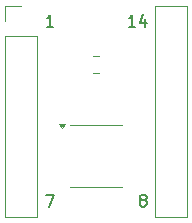
<source format=gto>
%TF.GenerationSoftware,KiCad,Pcbnew,8.0.4*%
%TF.CreationDate,2025-01-06T14:25:05+00:00*%
%TF.ProjectId,tssop_14_breakout,7473736f-705f-4313-945f-627265616b6f,rev?*%
%TF.SameCoordinates,Original*%
%TF.FileFunction,Legend,Top*%
%TF.FilePolarity,Positive*%
%FSLAX46Y46*%
G04 Gerber Fmt 4.6, Leading zero omitted, Abs format (unit mm)*
G04 Created by KiCad (PCBNEW 8.0.4) date 2025-01-06 14:25:05*
%MOMM*%
%LPD*%
G01*
G04 APERTURE LIST*
%ADD10C,0.200000*%
%ADD11C,0.120000*%
G04 APERTURE END LIST*
D10*
X54274435Y-67072219D02*
X54941101Y-67072219D01*
X54941101Y-67072219D02*
X54512530Y-68072219D01*
X62396993Y-67500790D02*
X62301755Y-67453171D01*
X62301755Y-67453171D02*
X62254136Y-67405552D01*
X62254136Y-67405552D02*
X62206517Y-67310314D01*
X62206517Y-67310314D02*
X62206517Y-67262695D01*
X62206517Y-67262695D02*
X62254136Y-67167457D01*
X62254136Y-67167457D02*
X62301755Y-67119838D01*
X62301755Y-67119838D02*
X62396993Y-67072219D01*
X62396993Y-67072219D02*
X62587469Y-67072219D01*
X62587469Y-67072219D02*
X62682707Y-67119838D01*
X62682707Y-67119838D02*
X62730326Y-67167457D01*
X62730326Y-67167457D02*
X62777945Y-67262695D01*
X62777945Y-67262695D02*
X62777945Y-67310314D01*
X62777945Y-67310314D02*
X62730326Y-67405552D01*
X62730326Y-67405552D02*
X62682707Y-67453171D01*
X62682707Y-67453171D02*
X62587469Y-67500790D01*
X62587469Y-67500790D02*
X62396993Y-67500790D01*
X62396993Y-67500790D02*
X62301755Y-67548409D01*
X62301755Y-67548409D02*
X62254136Y-67596028D01*
X62254136Y-67596028D02*
X62206517Y-67691266D01*
X62206517Y-67691266D02*
X62206517Y-67881742D01*
X62206517Y-67881742D02*
X62254136Y-67976980D01*
X62254136Y-67976980D02*
X62301755Y-68024600D01*
X62301755Y-68024600D02*
X62396993Y-68072219D01*
X62396993Y-68072219D02*
X62587469Y-68072219D01*
X62587469Y-68072219D02*
X62682707Y-68024600D01*
X62682707Y-68024600D02*
X62730326Y-67976980D01*
X62730326Y-67976980D02*
X62777945Y-67881742D01*
X62777945Y-67881742D02*
X62777945Y-67691266D01*
X62777945Y-67691266D02*
X62730326Y-67596028D01*
X62730326Y-67596028D02*
X62682707Y-67548409D01*
X62682707Y-67548409D02*
X62587469Y-67500790D01*
X61825564Y-52832219D02*
X61254136Y-52832219D01*
X61539850Y-52832219D02*
X61539850Y-51832219D01*
X61539850Y-51832219D02*
X61444612Y-51975076D01*
X61444612Y-51975076D02*
X61349374Y-52070314D01*
X61349374Y-52070314D02*
X61254136Y-52117933D01*
X62682707Y-52165552D02*
X62682707Y-52832219D01*
X62444612Y-51784600D02*
X62206517Y-52498885D01*
X62206517Y-52498885D02*
X62825564Y-52498885D01*
X54893482Y-52832219D02*
X54322054Y-52832219D01*
X54607768Y-52832219D02*
X54607768Y-51832219D01*
X54607768Y-51832219D02*
X54512530Y-51975076D01*
X54512530Y-51975076D02*
X54417292Y-52070314D01*
X54417292Y-52070314D02*
X54322054Y-52117933D01*
D11*
%TO.C,C3*%
X58238748Y-55305000D02*
X58761252Y-55305000D01*
X58238748Y-56775000D02*
X58761252Y-56775000D01*
%TO.C,J7*%
X50820000Y-51050000D02*
X52150000Y-51050000D01*
X50820000Y-52380000D02*
X50820000Y-51050000D01*
X50820000Y-53650000D02*
X50820000Y-68950000D01*
X50820000Y-53650000D02*
X53480000Y-53650000D01*
X50820000Y-68950000D02*
X53480000Y-68950000D01*
X53480000Y-53650000D02*
X53480000Y-68950000D01*
%TO.C,U4*%
X58500000Y-61200000D02*
X56300000Y-61200000D01*
X58500000Y-61200000D02*
X60700000Y-61200000D01*
X58500000Y-66420000D02*
X56300000Y-66420000D01*
X58500000Y-66420000D02*
X60700000Y-66420000D01*
X55600000Y-61400000D02*
X55360000Y-61070000D01*
X55840000Y-61070000D01*
X55600000Y-61400000D01*
G36*
X55600000Y-61400000D02*
G01*
X55360000Y-61070000D01*
X55840000Y-61070000D01*
X55600000Y-61400000D01*
G37*
%TO.C,J8*%
X63520000Y-68950000D02*
X63520000Y-51050000D01*
X66180000Y-51050000D02*
X63520000Y-51050000D01*
X66180000Y-68950000D02*
X63520000Y-68950000D01*
X66180000Y-68950000D02*
X66180000Y-51050000D01*
%TD*%
M02*

</source>
